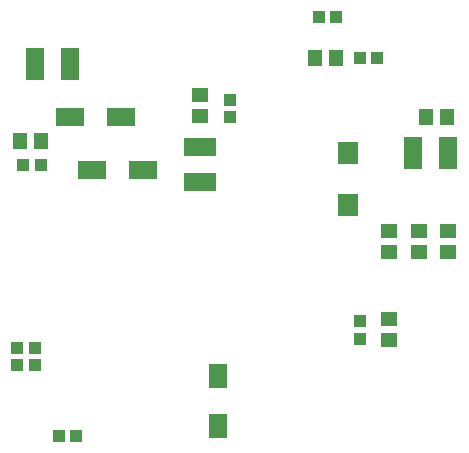
<source format=gbp>
G04*
G04 #@! TF.GenerationSoftware,Altium Limited,Altium Designer,23.2.1 (34)*
G04*
G04 Layer_Color=128*
%FSLAX44Y44*%
%MOMM*%
G71*
G04*
G04 #@! TF.SameCoordinates,42A8F1EF-7107-4BB4-9A72-9FAECD8FE37F*
G04*
G04*
G04 #@! TF.FilePolarity,Positive*
G04*
G01*
G75*
%ADD17R,1.4500X1.1500*%
%ADD56R,1.7018X1.8796*%
%ADD57R,2.3300X1.5600*%
%ADD58R,1.6000X2.7000*%
%ADD59R,1.0400X1.0200*%
%ADD60R,1.2000X1.4700*%
%ADD61R,2.7000X1.6000*%
%ADD62R,1.0200X1.0400*%
%ADD63R,1.5000X2.1200*%
%ADD64R,1.1500X1.4500*%
D17*
X160000Y6110D02*
D03*
Y23890D02*
D03*
X185000Y98890D02*
D03*
Y81110D02*
D03*
X0Y196110D02*
D03*
Y213890D02*
D03*
X210000Y98890D02*
D03*
Y81110D02*
D03*
X160000Y98890D02*
D03*
Y81110D02*
D03*
D56*
X125000Y165000D02*
D03*
Y120867D02*
D03*
D57*
X-48600Y150000D02*
D03*
X-91400D02*
D03*
X-67200Y195000D02*
D03*
X-110000D02*
D03*
D58*
Y240000D02*
D03*
X-140000D02*
D03*
X180000Y165000D02*
D03*
X210000D02*
D03*
D59*
X149700Y245000D02*
D03*
X135000D02*
D03*
X-135000Y155000D02*
D03*
X-149700D02*
D03*
X-120000Y-75000D02*
D03*
X-105300D02*
D03*
X100300Y280000D02*
D03*
X115000D02*
D03*
D60*
X191400Y195000D02*
D03*
X208600D02*
D03*
D61*
X0Y140000D02*
D03*
Y170000D02*
D03*
D62*
X135000Y7650D02*
D03*
Y22350D02*
D03*
X-155000Y0D02*
D03*
Y-14700D02*
D03*
X-140000Y0D02*
D03*
Y-14700D02*
D03*
X25000Y210000D02*
D03*
Y195300D02*
D03*
D63*
X15000Y-24270D02*
D03*
Y-66570D02*
D03*
D64*
X-152780Y175000D02*
D03*
X-135000D02*
D03*
X97220Y245000D02*
D03*
X115000D02*
D03*
M02*

</source>
